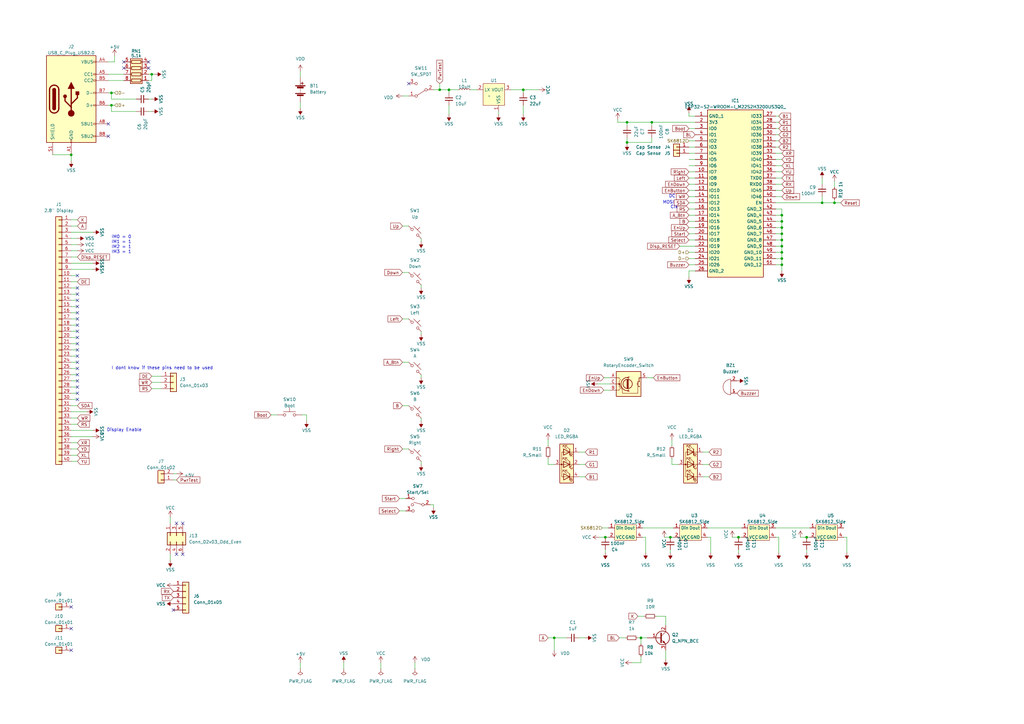
<source format=kicad_sch>
(kicad_sch (version 20230121) (generator eeschema)
  (paper "A3")
  (junction (at 257.175 58.42))
  (junction (at 320.675 95.885))
  (junction (at 330.835 220.345))
  (junction (at 337.185 83.185))
  (junction (at 320.675 98.425))
  (junction (at 214.63 36.83))
  (junction (at 302.895 220.345))
  (junction (at 320.675 108.585))
  (junction (at 320.675 88.265))
  (junction (at 320.675 106.045))
  (junction (at 45.72 43.18))
  (junction (at 274.955 220.345))
  (junction (at 45.72 38.1))
  (junction (at 227.33 261.62))
  (junction (at 29.21 63.5))
  (junction (at 248.285 220.345))
  (junction (at 262.89 261.62))
  (junction (at 320.675 103.505))
  (junction (at 342.265 83.185) (diameter 0.9144))
  (junction (at 320.675 100.965))
  (junction (at 257.175 50.165))
  (junction (at 62.23 30.48) (diameter 0.9144))
  (junction (at 320.675 93.345))
  (junction (at 180.34 36.83))
  (junction (at 320.675 90.805))
  (junction (at 267.335 50.165))
  (junction (at 184.15 36.83))
  (no_connect (at 71.12 250.19))
  (no_connect (at 31.75 120.65))
  (no_connect (at 29.21 257.81))
  (no_connect (at 31.75 125.73))
  (no_connect (at 29.21 248.92))
  (no_connect (at 31.75 163.83))
  (no_connect (at 31.75 156.21))
  (no_connect (at 31.75 135.89))
  (no_connect (at 74.93 214.63))
  (no_connect (at 167.64 34.29))
  (no_connect (at 31.75 146.05))
  (no_connect (at 72.39 214.63))
  (no_connect (at 31.75 151.13))
  (no_connect (at 50.8 27.94))
  (no_connect (at 31.75 153.67))
  (no_connect (at 31.75 140.97))
  (no_connect (at 31.75 161.29))
  (no_connect (at 31.75 118.11))
  (no_connect (at 50.8 25.4))
  (no_connect (at 29.21 266.7))
  (no_connect (at 44.45 55.88))
  (no_connect (at 31.75 138.43))
  (no_connect (at 60.96 27.94))
  (no_connect (at 31.75 133.35))
  (no_connect (at 31.75 123.19))
  (no_connect (at 31.75 158.75))
  (no_connect (at 44.45 50.8))
  (no_connect (at 74.93 227.33))
  (no_connect (at 31.75 130.81))
  (no_connect (at 31.75 148.59))
  (no_connect (at 60.96 25.4))
  (no_connect (at 72.39 227.33))
  (no_connect (at 31.75 113.03))
  (no_connect (at 31.75 143.51))
  (no_connect (at 31.75 128.27))
  (wire (pts (xy 278.765 100.965) (xy 285.115 100.965)))
  (wire (pts (xy 29.21 120.65) (xy 31.75 120.65)))
  (wire (pts (xy 274.955 220.345) (xy 276.225 220.345)))
  (wire (pts (xy 319.405 220.345) (xy 318.135 220.345)))
  (wire (pts (xy 282.575 60.325) (xy 285.115 60.325)))
  (wire (pts (xy 342.265 74.295) (xy 342.265 76.835)))
  (wire (pts (xy 29.21 123.19) (xy 31.75 123.19)))
  (wire (pts (xy 62.23 154.305) (xy 66.04 154.305)))
  (wire (pts (xy 227.33 261.62) (xy 227.33 266.7)))
  (wire (pts (xy 247.65 154.94) (xy 250.19 154.94)))
  (wire (pts (xy 248.285 220.345) (xy 249.555 220.345)))
  (wire (pts (xy 318.135 47.625) (xy 319.405 47.625)))
  (wire (pts (xy 318.135 78.105) (xy 320.675 78.105)))
  (wire (pts (xy 261.62 252.73) (xy 264.16 252.73)))
  (wire (pts (xy 320.675 111.125) (xy 320.675 108.585)))
  (wire (pts (xy 282.575 103.505) (xy 285.115 103.505)))
  (wire (pts (xy 172.72 189.23) (xy 172.72 190.5)))
  (wire (pts (xy 318.135 95.885) (xy 320.675 95.885)))
  (wire (pts (xy 318.135 67.945) (xy 320.675 67.945)))
  (wire (pts (xy 156.21 271.78) (xy 156.21 274.32)))
  (wire (pts (xy 288.29 190.5) (xy 290.83 190.5)))
  (wire (pts (xy 318.135 75.565) (xy 320.675 75.565)))
  (wire (pts (xy 245.11 157.48) (xy 250.19 157.48)))
  (wire (pts (xy 318.135 60.325) (xy 319.405 60.325)))
  (wire (pts (xy 29.21 171.45) (xy 31.75 171.45)))
  (wire (pts (xy 44.45 30.48) (xy 50.8 30.48)))
  (wire (pts (xy 29.21 173.99) (xy 31.75 173.99)))
  (wire (pts (xy 320.675 106.045) (xy 320.675 103.505)))
  (wire (pts (xy 224.79 187.96) (xy 224.79 190.5)))
  (wire (pts (xy 262.89 261.62) (xy 265.43 261.62)))
  (wire (pts (xy 29.21 143.51) (xy 31.75 143.51)))
  (wire (pts (xy 29.21 135.89) (xy 31.75 135.89)))
  (wire (pts (xy 71.12 194.31) (xy 72.39 194.31)))
  (wire (pts (xy 330.835 220.345) (xy 332.105 220.345)))
  (wire (pts (xy 320.675 88.265) (xy 320.675 85.725)))
  (wire (pts (xy 237.49 190.5) (xy 240.03 190.5)))
  (wire (pts (xy 44.45 38.1) (xy 45.72 38.1)))
  (wire (pts (xy 29.21 138.43) (xy 31.75 138.43)))
  (wire (pts (xy 282.575 108.585) (xy 285.115 108.585)))
  (wire (pts (xy 184.15 36.83) (xy 187.96 36.83)))
  (wire (pts (xy 320.675 93.345) (xy 320.675 90.805)))
  (wire (pts (xy 300.355 220.345) (xy 302.895 220.345)))
  (wire (pts (xy 282.575 88.265) (xy 285.115 88.265)))
  (wire (pts (xy 320.675 103.505) (xy 320.675 100.965)))
  (wire (pts (xy 344.805 83.185) (xy 342.265 83.185)))
  (wire (pts (xy 29.21 184.15) (xy 31.75 184.15)))
  (wire (pts (xy 29.21 163.83) (xy 31.75 163.83)))
  (wire (pts (xy 320.675 100.965) (xy 320.675 98.425)))
  (wire (pts (xy 248.285 225.425) (xy 248.285 226.695)))
  (wire (pts (xy 318.135 57.785) (xy 319.405 57.785)))
  (wire (pts (xy 29.21 110.49) (xy 38.1 110.49)))
  (wire (pts (xy 172.72 97.79) (xy 172.72 99.06)))
  (wire (pts (xy 282.575 111.125) (xy 285.115 111.125)))
  (wire (pts (xy 123.19 41.91) (xy 123.19 44.45)))
  (wire (pts (xy 318.135 65.405) (xy 320.675 65.405)))
  (wire (pts (xy 29.21 148.59) (xy 31.75 148.59)))
  (wire (pts (xy 44.45 25.4) (xy 46.99 25.4)))
  (wire (pts (xy 184.15 43.18) (xy 184.15 46.99)))
  (wire (pts (xy 165.1 166.37) (xy 167.64 166.37)))
  (wire (pts (xy 320.675 98.425) (xy 320.675 95.885)))
  (wire (pts (xy 29.21 146.05) (xy 31.75 146.05)))
  (wire (pts (xy 282.575 75.565) (xy 285.115 75.565)))
  (wire (pts (xy 29.21 92.71) (xy 31.75 92.71)))
  (wire (pts (xy 29.21 176.53) (xy 38.1 176.53)))
  (wire (pts (xy 172.72 116.84) (xy 172.72 118.11)))
  (wire (pts (xy 318.135 70.485) (xy 320.675 70.485)))
  (wire (pts (xy 60.96 30.48) (xy 62.23 30.48)))
  (wire (pts (xy 29.21 153.67) (xy 31.75 153.67)))
  (wire (pts (xy 318.135 62.865) (xy 320.675 62.865)))
  (wire (pts (xy 29.21 113.03) (xy 31.75 113.03)))
  (wire (pts (xy 69.85 212.09) (xy 69.85 214.63)))
  (wire (pts (xy 282.575 57.785) (xy 285.115 57.785)))
  (wire (pts (xy 237.49 185.42) (xy 240.03 185.42)))
  (wire (pts (xy 140.97 271.78) (xy 140.97 274.32)))
  (wire (pts (xy 265.43 154.94) (xy 267.97 154.94)))
  (wire (pts (xy 320.675 95.885) (xy 320.675 93.345)))
  (wire (pts (xy 282.575 47.625) (xy 285.115 47.625)))
  (wire (pts (xy 62.23 159.385) (xy 66.04 159.385)))
  (wire (pts (xy 282.575 67.945) (xy 285.115 67.945)))
  (wire (pts (xy 29.21 168.91) (xy 35.56 168.91)))
  (wire (pts (xy 282.575 80.645) (xy 285.115 80.645)))
  (wire (pts (xy 60.96 33.02) (xy 62.23 33.02)))
  (wire (pts (xy 45.72 45.72) (xy 55.88 45.72)))
  (wire (pts (xy 29.21 151.13) (xy 31.75 151.13)))
  (wire (pts (xy 254 261.62) (xy 256.54 261.62)))
  (wire (pts (xy 291.465 220.345) (xy 290.195 220.345)))
  (wire (pts (xy 45.72 38.1) (xy 46.99 38.1)))
  (wire (pts (xy 282.575 83.185) (xy 285.115 83.185)))
  (wire (pts (xy 318.135 90.805) (xy 320.675 90.805)))
  (wire (pts (xy 318.135 50.165) (xy 319.405 50.165)))
  (wire (pts (xy 282.575 65.405) (xy 285.115 65.405)))
  (wire (pts (xy 302.895 220.345) (xy 304.165 220.345)))
  (wire (pts (xy 29.21 118.11) (xy 31.75 118.11)))
  (wire (pts (xy 60.96 40.64) (xy 62.23 40.64)))
  (wire (pts (xy 29.21 105.41) (xy 31.75 105.41)))
  (wire (pts (xy 282.575 106.045) (xy 285.115 106.045)))
  (wire (pts (xy 62.23 30.48) (xy 62.23 33.02)))
  (wire (pts (xy 45.72 40.64) (xy 45.72 38.1)))
  (wire (pts (xy 282.575 93.345) (xy 285.115 93.345)))
  (wire (pts (xy 237.49 195.58) (xy 240.03 195.58)))
  (wire (pts (xy 163.83 209.55) (xy 166.37 209.55)))
  (wire (pts (xy 318.135 80.645) (xy 320.675 80.645)))
  (wire (pts (xy 165.1 148.59) (xy 167.64 148.59)))
  (wire (pts (xy 267.335 50.165) (xy 267.335 51.435)))
  (wire (pts (xy 204.47 45.72) (xy 204.47 46.99)))
  (wire (pts (xy 71.12 196.85) (xy 72.39 196.85)))
  (wire (pts (xy 318.135 83.185) (xy 337.185 83.185)))
  (wire (pts (xy 282.575 70.485) (xy 285.115 70.485)))
  (wire (pts (xy 62.23 30.48) (xy 63.5 30.48)))
  (wire (pts (xy 123.19 29.21) (xy 123.19 31.75)))
  (wire (pts (xy 318.135 108.585) (xy 320.675 108.585)))
  (wire (pts (xy 214.63 36.83) (xy 220.98 36.83)))
  (wire (pts (xy 237.49 261.62) (xy 240.03 261.62)))
  (wire (pts (xy 282.575 46.355) (xy 282.575 47.625)))
  (wire (pts (xy 170.18 271.78) (xy 170.18 274.32)))
  (wire (pts (xy 29.21 156.21) (xy 31.75 156.21)))
  (wire (pts (xy 172.72 171.45) (xy 172.72 172.72)))
  (wire (pts (xy 29.21 95.25) (xy 38.1 95.25)))
  (wire (pts (xy 29.21 125.73) (xy 31.75 125.73)))
  (wire (pts (xy 45.72 45.72) (xy 45.72 43.18)))
  (wire (pts (xy 123.19 271.78) (xy 123.19 274.32)))
  (wire (pts (xy 29.21 102.87) (xy 31.75 102.87)))
  (wire (pts (xy 165.1 184.15) (xy 167.64 184.15)))
  (wire (pts (xy 29.21 186.69) (xy 31.75 186.69)))
  (wire (pts (xy 60.96 45.72) (xy 62.23 45.72)))
  (wire (pts (xy 29.21 179.07) (xy 38.1 179.07)))
  (wire (pts (xy 259.08 271.78) (xy 262.89 271.78)))
  (wire (pts (xy 337.185 80.645) (xy 337.185 83.185)))
  (wire (pts (xy 177.8 207.01) (xy 177.8 208.28)))
  (wire (pts (xy 318.135 55.245) (xy 319.405 55.245)))
  (wire (pts (xy 263.525 216.535) (xy 276.225 216.535)))
  (wire (pts (xy 319.405 226.695) (xy 319.405 220.345)))
  (wire (pts (xy 302.895 225.425) (xy 302.895 226.695)))
  (wire (pts (xy 176.53 207.01) (xy 177.8 207.01)))
  (wire (pts (xy 29.21 140.97) (xy 31.75 140.97)))
  (wire (pts (xy 29.21 100.33) (xy 31.75 100.33)))
  (wire (pts (xy 318.135 216.535) (xy 332.105 216.535)))
  (wire (pts (xy 62.23 156.845) (xy 66.04 156.845)))
  (wire (pts (xy 29.21 63.5) (xy 29.21 66.04)))
  (wire (pts (xy 267.335 58.42) (xy 257.175 58.42)))
  (wire (pts (xy 247.015 216.535) (xy 249.555 216.535)))
  (wire (pts (xy 29.21 97.79) (xy 31.75 97.79)))
  (wire (pts (xy 282.575 52.705) (xy 285.115 52.705)))
  (wire (pts (xy 224.79 180.34) (xy 224.79 182.88)))
  (wire (pts (xy 224.79 261.62) (xy 227.33 261.62)))
  (wire (pts (xy 29.21 189.23) (xy 31.75 189.23)))
  (wire (pts (xy 282.575 78.105) (xy 285.115 78.105)))
  (wire (pts (xy 180.34 34.29) (xy 180.34 36.83)))
  (wire (pts (xy 275.59 187.96) (xy 275.59 190.5)))
  (wire (pts (xy 257.175 50.165) (xy 257.175 51.435)))
  (wire (pts (xy 320.675 90.805) (xy 320.675 88.265)))
  (wire (pts (xy 245.745 220.345) (xy 248.285 220.345)))
  (wire (pts (xy 291.465 226.695) (xy 291.465 220.345)))
  (wire (pts (xy 214.63 36.83) (xy 214.63 38.1)))
  (wire (pts (xy 29.21 181.61) (xy 31.75 181.61)))
  (wire (pts (xy 318.135 100.965) (xy 320.675 100.965)))
  (wire (pts (xy 209.55 36.83) (xy 214.63 36.83)))
  (wire (pts (xy 342.265 83.185) (xy 337.185 83.185)))
  (wire (pts (xy 273.05 252.73) (xy 269.24 252.73)))
  (wire (pts (xy 290.195 216.535) (xy 304.165 216.535)))
  (wire (pts (xy 282.575 98.425) (xy 285.115 98.425)))
  (wire (pts (xy 330.835 225.425) (xy 330.835 226.695)))
  (wire (pts (xy 318.135 93.345) (xy 320.675 93.345)))
  (wire (pts (xy 227.33 261.62) (xy 232.41 261.62)))
  (wire (pts (xy 44.45 33.02) (xy 50.8 33.02)))
  (wire (pts (xy 165.1 92.71) (xy 167.64 92.71)))
  (wire (pts (xy 125.73 170.18) (xy 125.73 172.72)))
  (wire (pts (xy 282.575 90.805) (xy 285.115 90.805)))
  (wire (pts (xy 253.365 50.165) (xy 257.175 50.165)))
  (wire (pts (xy 337.185 73.025) (xy 337.185 75.565)))
  (wire (pts (xy 320.675 108.585) (xy 320.675 106.045)))
  (wire (pts (xy 55.88 40.64) (xy 45.72 40.64)))
  (wire (pts (xy 224.79 190.5) (xy 227.33 190.5)))
  (wire (pts (xy 288.29 195.58) (xy 290.83 195.58)))
  (wire (pts (xy 165.1 111.76) (xy 167.64 111.76)))
  (wire (pts (xy 275.59 180.34) (xy 275.59 182.88)))
  (wire (pts (xy 282.575 113.665) (xy 282.575 111.125)))
  (wire (pts (xy 347.345 220.345) (xy 346.075 220.345)))
  (wire (pts (xy 273.05 266.7) (xy 273.05 270.51)))
  (wire (pts (xy 347.345 226.695) (xy 347.345 220.345)))
  (wire (pts (xy 29.21 130.81) (xy 31.75 130.81)))
  (wire (pts (xy 257.175 58.42) (xy 257.175 59.055)))
  (wire (pts (xy 44.45 43.18) (xy 45.72 43.18)))
  (wire (pts (xy 257.175 56.515) (xy 257.175 58.42)))
  (wire (pts (xy 21.59 63.5) (xy 29.21 63.5)))
  (wire (pts (xy 320.675 85.725) (xy 318.135 85.725)))
  (wire (pts (xy 253.365 48.895) (xy 253.365 50.165)))
  (wire (pts (xy 318.135 73.025) (xy 320.675 73.025)))
  (wire (pts (xy 288.29 185.42) (xy 290.83 185.42)))
  (wire (pts (xy 163.83 204.47) (xy 166.37 204.47)))
  (wire (pts (xy 177.8 36.83) (xy 180.34 36.83)))
  (wire (pts (xy 264.795 226.695) (xy 264.795 220.345)))
  (wire (pts (xy 123.825 170.18) (xy 125.73 170.18)))
  (wire (pts (xy 282.575 62.865) (xy 285.115 62.865)))
  (wire (pts (xy 29.21 133.35) (xy 31.75 133.35)))
  (wire (pts (xy 193.04 36.83) (xy 195.58 36.83)))
  (wire (pts (xy 274.955 225.425) (xy 274.955 226.695)))
  (wire (pts (xy 165.1 39.37) (xy 167.64 39.37)))
  (wire (pts (xy 214.63 43.18) (xy 214.63 46.99)))
  (wire (pts (xy 328.295 220.345) (xy 330.835 220.345)))
  (wire (pts (xy 273.05 256.54) (xy 273.05 252.73)))
  (wire (pts (xy 318.135 106.045) (xy 320.675 106.045)))
  (wire (pts (xy 262.89 271.78) (xy 262.89 269.24)))
  (wire (pts (xy 262.89 261.62) (xy 262.89 264.16)))
  (wire (pts (xy 264.795 220.345) (xy 263.525 220.345)))
  (wire (pts (xy 165.1 130.81) (xy 167.64 130.81)))
  (wire (pts (xy 267.335 56.515) (xy 267.335 58.42)))
  (wire (pts (xy 272.415 220.345) (xy 274.955 220.345)))
  (wire (pts (xy 261.62 261.62) (xy 262.89 261.62)))
  (wire (pts (xy 29.21 90.17) (xy 31.75 90.17)))
  (wire (pts (xy 172.72 153.67) (xy 172.72 154.94)))
  (wire (pts (xy 267.335 50.165) (xy 285.115 50.165)))
  (wire (pts (xy 111.125 170.18) (xy 113.665 170.18)))
  (wire (pts (xy 282.575 95.885) (xy 285.115 95.885)))
  (wire (pts (xy 318.135 103.505) (xy 320.675 103.505)))
  (wire (pts (xy 275.59 190.5) (xy 278.13 190.5)))
  (wire (pts (xy 318.135 88.265) (xy 320.675 88.265)))
  (wire (pts (xy 69.85 227.33) (xy 69.85 229.87)))
  (wire (pts (xy 29.21 128.27) (xy 31.75 128.27)))
  (wire (pts (xy 29.21 107.95) (xy 38.1 107.95)))
  (wire (pts (xy 318.135 98.425) (xy 320.675 98.425)))
  (wire (pts (xy 29.21 158.75) (xy 31.75 158.75)))
  (wire (pts (xy 29.21 166.37) (xy 31.75 166.37)))
  (wire (pts (xy 180.34 36.83) (xy 184.15 36.83)))
  (wire (pts (xy 318.135 52.705) (xy 319.405 52.705)))
  (wire (pts (xy 45.72 43.18) (xy 46.99 43.18)))
  (wire (pts (xy 342.265 81.915) (xy 342.265 83.185)))
  (wire (pts (xy 282.575 85.725) (xy 285.115 85.725)))
  (wire (pts (xy 184.15 36.83) (xy 184.15 38.1)))
  (wire (pts (xy 46.99 25.4) (xy 46.99 22.86)))
  (wire (pts (xy 257.175 50.165) (xy 267.335 50.165)))
  (wire (pts (xy 247.65 160.02) (xy 250.19 160.02)))
  (wire (pts (xy 282.575 73.025) (xy 285.115 73.025)))
  (wire (pts (xy 29.21 115.57) (xy 31.75 115.57)))
  (wire (pts (xy 29.21 161.29) (xy 31.75 161.29)))
  (wire (pts (xy 172.72 135.89) (xy 172.72 137.16)))
  (text "Display Enable\n" (at 43.815 177.165 0) (effects (font (size 1.27 1.27)) (justify left bottom)))
  (text "IM0 = 0\nIM1 = 1\nIM2 = 1\nIM3 = 1" (at 45.72 104.14 0) (effects (font (size 1.27 1.27)) (justify left bottom)))
  (text "MOSI" (at 271.78 83.82 0) (effects (font (size 1.27 1.27)) (justify left bottom)))
  (text "DC" (at 274.32 81.28 0) (effects (font (size 1.27 1.27)) (justify left bottom)))
  (text "I dont know if these pins need to be used\n" (at 45.72 151.765 0) (effects (font (size 1.27 1.27)) (justify left bottom)))
  (text "Clk\n" (at 274.955 85.725 0) (effects (font (size 1.27 1.27)) (justify left bottom)))
  (global_label "Select" (shape input) (at 282.575 98.425 180) (property "Intersheetrefs" "${INTERSHEET_REFS}" (effects hide)))
  (global_label "R2" (shape input) (at 290.83 185.42 0) (property "Intersheetrefs" "${INTERSHEET_REFS}" (effects hide)))
  (global_label "RS" (shape input) (at 282.575 85.725 180) (property "Intersheetrefs" "${INTERSHEET_REFS}" (effects hide)))
  (global_label "Disp_RESET" (shape input) (at 278.765 100.965 180) (property "Intersheetrefs" "${INTERSHEET_REFS}" (effects hide)))
  (global_label "XL" (shape input) (at 31.75 186.69 0) (property "Intersheetrefs" "${INTERSHEET_REFS}" (effects hide)))
  (global_label "B2" (shape input) (at 290.83 195.58 0) (property "Intersheetrefs" "${INTERSHEET_REFS}" (effects hide)))
  (global_label "BL" (shape input) (at 254 261.62 180) (property "Intersheetrefs" "${INTERSHEET_REFS}" (effects hide)))
  (global_label "Select" (shape input) (at 163.83 209.55 180) (property "Intersheetrefs" "${INTERSHEET_REFS}" (effects hide)))
  (global_label "RS" (shape input) (at 62.23 159.385 180) (property "Intersheetrefs" "${INTERSHEET_REFS}" (effects hide)))
  (global_label "A_Btn" (shape input) (at 165.1 148.59 180) (property "Intersheetrefs" "${INTERSHEET_REFS}" (effects hide)))
  (global_label "Boot" (shape input) (at 282.575 52.705 180) (property "Intersheetrefs" "${INTERSHEET_REFS}" (effects hide)))
  (global_label "G2" (shape input) (at 290.83 190.5 0) (property "Intersheetrefs" "${INTERSHEET_REFS}" (effects hide)))
  (global_label "EnDown" (shape input) (at 282.575 75.565 180) (property "Intersheetrefs" "${INTERSHEET_REFS}" (effects hide)))
  (global_label "EnUp" (shape input) (at 247.65 154.94 180) (property "Intersheetrefs" "${INTERSHEET_REFS}" (effects hide)))
  (global_label "RS" (shape input) (at 31.75 173.99 0) (property "Intersheetrefs" "${INTERSHEET_REFS}" (effects hide)))
  (global_label "TX" (shape input) (at 71.12 245.11 180) (property "Intersheetrefs" "${INTERSHEET_REFS}" (effects hide)))
  (global_label "PwrTest" (shape input) (at 72.39 196.85 0) (property "Intersheetrefs" "${INTERSHEET_REFS}" (effects hide)))
  (global_label "Buzzer" (shape input) (at 282.575 108.585 180) (property "Intersheetrefs" "${INTERSHEET_REFS}" (effects hide)))
  (global_label "WR" (shape input) (at 62.23 156.845 180) (property "Intersheetrefs" "${INTERSHEET_REFS}" (effects hide)))
  (global_label "Left" (shape input) (at 282.575 73.025 180) (property "Intersheetrefs" "${INTERSHEET_REFS}" (effects hide)))
  (global_label "EnUp" (shape input) (at 282.575 93.345 180) (property "Intersheetrefs" "${INTERSHEET_REFS}" (effects hide)))
  (global_label "EnDown" (shape input) (at 247.65 160.02 180) (property "Intersheetrefs" "${INTERSHEET_REFS}" (effects hide)))
  (global_label "XL" (shape input) (at 320.675 67.945 0) (property "Intersheetrefs" "${INTERSHEET_REFS}" (effects hide)))
  (global_label "Down" (shape input) (at 320.675 80.645 0) (property "Intersheetrefs" "${INTERSHEET_REFS}" (effects hide)))
  (global_label "G1" (shape input) (at 240.03 190.5 0) (property "Intersheetrefs" "${INTERSHEET_REFS}" (effects hide)))
  (global_label "XR" (shape input) (at 31.75 181.61 0) (property "Intersheetrefs" "${INTERSHEET_REFS}" (effects hide)))
  (global_label "B" (shape input) (at 165.1 166.37 180) (property "Intersheetrefs" "${INTERSHEET_REFS}" (effects hide)))
  (global_label "WR" (shape input) (at 31.75 171.45 0) (property "Intersheetrefs" "${INTERSHEET_REFS}" (effects hide)))
  (global_label "R2" (shape input) (at 319.405 60.325 0) (property "Intersheetrefs" "${INTERSHEET_REFS}" (effects hide)))
  (global_label "R1" (shape input) (at 319.405 50.165 0) (property "Intersheetrefs" "${INTERSHEET_REFS}" (effects hide)))
  (global_label "EnButton" (shape input) (at 267.97 154.94 0) (property "Intersheetrefs" "${INTERSHEET_REFS}" (effects hide)))
  (global_label "Down" (shape input) (at 165.1 111.76 180) (property "Intersheetrefs" "${INTERSHEET_REFS}" (effects hide)))
  (global_label "YD" (shape input) (at 31.75 184.15 0) (property "Intersheetrefs" "${INTERSHEET_REFS}" (effects hide)))
  (global_label "G2" (shape input) (at 319.405 55.245 0) (property "Intersheetrefs" "${INTERSHEET_REFS}" (effects hide)))
  (global_label "Right" (shape input) (at 282.575 70.485 180) (property "Intersheetrefs" "${INTERSHEET_REFS}" (effects hide)))
  (global_label "EnButton" (shape input) (at 282.575 78.105 180) (property "Intersheetrefs" "${INTERSHEET_REFS}" (effects hide)))
  (global_label "Right" (shape input) (at 165.1 184.15 180) (property "Intersheetrefs" "${INTERSHEET_REFS}" (effects hide)))
  (global_label "DE" (shape input) (at 31.75 115.57 0) (property "Intersheetrefs" "${INTERSHEET_REFS}" (effects hide)))
  (global_label "RX" (shape input) (at 320.675 75.565 0) (property "Intersheetrefs" "${INTERSHEET_REFS}" (effects hide)))
  (global_label "TX" (shape input) (at 320.675 73.025 0) (property "Intersheetrefs" "${INTERSHEET_REFS}" (effects hide)))
  (global_label "Disp_RESET" (shape input) (at 31.75 105.41 0) (property "Intersheetrefs" "${INTERSHEET_REFS}" (effects hide)))
  (global_label "XR" (shape input) (at 320.675 62.865 0) (property "Intersheetrefs" "${INTERSHEET_REFS}" (effects hide)))
  (global_label "Up" (shape input) (at 165.1 92.71 180) (property "Intersheetrefs" "${INTERSHEET_REFS}" (effects hide)))
  (global_label "B2" (shape input) (at 319.405 57.785 0) (property "Intersheetrefs" "${INTERSHEET_REFS}" (effects hide)))
  (global_label "YU" (shape input) (at 320.675 70.485 0) (property "Intersheetrefs" "${INTERSHEET_REFS}" (effects hide)))
  (global_label "SDA" (shape input) (at 282.575 83.185 180) (property "Intersheetrefs" "${INTERSHEET_REFS}" (effects hide)))
  (global_label "Left" (shape input) (at 165.1 130.81 180) (property "Intersheetrefs" "${INTERSHEET_REFS}" (effects hide)))
  (global_label "YD" (shape input) (at 320.675 65.405 0) (property "Intersheetrefs" "${INTERSHEET_REFS}" (effects hide)))
  (global_label "Buzzer" (shape input) (at 302.26 161.29 0) (property "Intersheetrefs" "${INTERSHEET_REFS}" (effects hide)))
  (global_label "Boot" (shape input) (at 111.125 170.18 180) (property "Intersheetrefs" "${INTERSHEET_REFS}" (effects hide)))
  (global_label "A_Btn" (shape input) (at 282.575 88.265 180) (property "Intersheetrefs" "${INTERSHEET_REFS}" (effects hide)))
  (global_label "A" (shape input) (at 224.79 261.62 180) (property "Intersheetrefs" "${INTERSHEET_REFS}" (effects hide)))
  (global_label "B1" (shape input) (at 240.03 195.58 0) (property "Intersheetrefs" "${INTERSHEET_REFS}" (effects hide)))
  (global_label "Start" (shape input) (at 282.575 95.885 180) (property "Intersheetrefs" "${INTERSHEET_REFS}" (effects hide)))
  (global_label "YU" (shape input) (at 31.75 189.23 0) (property "Intersheetrefs" "${INTERSHEET_REFS}" (effects hide)))
  (global_label "DE" (shape input) (at 62.23 154.305 180) (property "Intersheetrefs" "${INTERSHEET_REFS}" (effects hide)))
  (global_label "B1" (shape input) (at 319.405 47.625 0) (property "Intersheetrefs" "${INTERSHEET_REFS}" (effects hide)))
  (global_label "B" (shape input) (at 282.575 90.805 180) (property "Intersheetrefs" "${INTERSHEET_REFS}" (effects hide)))
  (global_label "Up" (shape input) (at 320.675 78.105 0) (property "Intersheetrefs" "${INTERSHEET_REFS}" (effects hide)))
  (global_label "BL" (shape input) (at 285.115 55.245 180) (property "Intersheetrefs" "${INTERSHEET_REFS}" (effects hide)))
  (global_label "SDA" (shape input) (at 31.75 166.37 0) (property "Intersheetrefs" "${INTERSHEET_REFS}" (effects hide)))
  (global_label "K" (shape input) (at 31.75 90.17 0) (property "Intersheetrefs" "${INTERSHEET_REFS}" (effects hide)))
  (global_label "PwrTest" (shape input) (at 180.34 34.29 90) (property "Intersheetrefs" "${INTERSHEET_REFS}" (effects hide)))
  (global_label "WR" (shape input) (at 282.575 80.645 180) (property "Intersheetrefs" "${INTERSHEET_REFS}" (effects hide)))
  (global_label "RX" (shape input) (at 71.12 242.57 180) (property "Intersheetrefs" "${INTERSHEET_REFS}" (effects hide)))
  (global_label "A" (shape input) (at 31.75 92.71 0) (property "Intersheetrefs" "${INTERSHEET_REFS}" (effects hide)))
  (global_label "G1" (shape input) (at 319.405 52.705 0) (property "Intersheetrefs" "${INTERSHEET_REFS}" (effects hide)))
  (global_label "R1" (shape input) (at 240.03 185.42 0) (property "Intersheetrefs" "${INTERSHEET_REFS}" (effects hide)))
  (global_label "Start" (shape input) (at 163.83 204.47 180) (property "Intersheetrefs" "${INTERSHEET_REFS}" (effects hide)))
  (global_label "K" (shape input) (at 261.62 252.73 180) (property "Intersheetrefs" "${INTERSHEET_REFS}" (effects hide)))
  (global_label "Reset" (shape input) (at 344.805 83.185 0) (property "Intersheetrefs" "${INTERSHEET_REFS}" (effects hide)))
  (hierarchical_label "D+" (shape input) (at 282.575 103.505 180))
  (hierarchical_label "D+" (shape input) (at 46.99 43.18 0))
  (hierarchical_label "D-" (shape input) (at 282.575 106.045 180))
  (hierarchical_label "SK6812" (shape input) (at 247.015 216.535 180))
  (hierarchical_label "D-" (shape input) (at 46.99 38.1 0))
  (hierarchical_label "SK6812" (shape input) (at 282.575 57.785 180))
  (symbol (lib_id "power:VCC") (at 259.08 271.78 90) (mirror x) (unit 1)
    (property "Reference" "#PWR0153" (effects hide))
    (property "Value" "VCC" (at 255.27 271.78 0))
  )
  (symbol (lib_id "power:VSS") (at 172.72 190.5 180) (unit 1)
    (property "Reference" "#PWR0135" (effects hide))
    (property "Value" "VSS" (at 172.72 194.31 0))
  )
  (symbol (lib_id "power:VSS") (at 172.72 118.11 180) (unit 1)
    (property "Reference" "#PWR0116" (effects hide))
    (property "Value" "VSS" (at 172.72 121.92 0))
  )
  (symbol (lib_id "Device:C_Small") (at 337.185 78.105 0) (mirror x) (unit 1)
    (property "Reference" "C9" (at 334.645 76.835 0) (effects (justify right)))
    (property "Value" "100nF" (at 334.645 79.375 0) (effects (justify right)))
    (property "Footprint" "Capacitor_SMD:C_0805_2012Metric" (effects hide))
  )
  (symbol (lib_name "SK6812_Side_1") (lib_id "BSides22:SK6812_Side") (at 283.845 213.995 0) (unit 1)
    (property "Reference" "U3" (at 284.7975 211.455 0))
    (property "Value" "SK6812_Side" (at 284.7975 213.995 0))
    (property "Footprint" "Bsides22:SK6812_Side" (effects hide))
  )
  (symbol (lib_id "power:VSS") (at 282.575 46.355 0) (unit 1)
    (property "Reference" "#PWR09" (effects hide))
    (property "Value" "VSS" (at 282.575 42.545 0))
  )
  (symbol (lib_id "Switch:SW_SPDT") (at 172.72 36.83 180) (unit 1)
    (property "Reference" "SW11" (at 172.72 27.94 0))
    (property "Value" "SW_SPDT" (at 172.72 30.48 0))
    (property "Footprint" "BreadBoardPwr:SK-3296S_switch" (effects hide))
  )
  (symbol (lib_id "power:VSS") (at 330.835 226.695 180) (unit 1)
    (property "Reference" "#PWR024" (effects hide))
    (property "Value" "VSS" (at 330.835 231.775 0))
  )
  (symbol (lib_name "SK6812_Side_7") (lib_id "BSides22:SK6812_Side") (at 339.725 213.995 0) (unit 1)
    (property "Reference" "U5" (at 340.6775 211.455 0))
    (property "Value" "SK6812_Side" (at 340.6775 213.995 0))
    (property "Footprint" "Bsides22:SK6812_Side" (effects hide))
  )
  (symbol (lib_id "Device:R_Small") (at 275.59 185.42 0) (unit 1)
    (property "Reference" "R12" (at 273.05 184.1499 0) (effects (justify right)))
    (property "Value" "R_Small" (at 273.05 186.6899 0) (effects (justify right)))
    (property "Footprint" "Resistor_SMD:R_0805_2012Metric" (effects hide))
  )
  (symbol (lib_id "power:VSS") (at 62.23 40.64 270) (unit 1)
    (property "Reference" "#PWR0104" (effects hide))
    (property "Value" "VSS" (at 66.04 40.64 0))
  )
  (symbol (lib_id "power:VSS") (at 38.1 110.49 270) (unit 1)
    (property "Reference" "#PWR0107" (effects hide))
    (property "Value" "VSS" (at 41.91 110.49 0))
  )
  (symbol (lib_id "power:VCC") (at 71.12 240.03 90) (unit 1)
    (property "Reference" "#PWR0120" (effects hide))
    (property "Value" "VCC" (at 66.04 240.03 90))
  )
  (symbol (lib_name "SK6812_Side_2") (lib_id "BSides22:SK6812_Side") (at 257.175 213.995 0) (unit 1)
    (property "Reference" "U2" (at 258.1275 211.455 0))
    (property "Value" "SK6812_Side" (at 258.1275 213.995 0))
    (property "Footprint" "Bsides22:SK6812_Side" (effects hide))
  )
  (symbol (lib_id "power:VSS") (at 240.03 261.62 270) (unit 1)
    (property "Reference" "#PWR0133" (effects hide))
    (property "Value" "VSS" (at 243.84 261.62 0))
  )
  (symbol (lib_id "power:VDD") (at 165.1 39.37 90) (unit 1)
    (property "Reference" "#PWR01" (effects hide))
    (property "Value" "VDD" (at 161.29 40.005 90) (effects (justify left)))
  )
  (symbol (lib_id "power:VSS") (at 320.675 111.125 180) (unit 1)
    (property "Reference" "#PWR010" (effects hide))
    (property "Value" "VSS" (at 320.675 114.935 0))
  )
  (symbol (lib_id "power:VCC") (at 38.1 179.07 270) (mirror x) (unit 1)
    (property "Reference" "#PWR0108" (effects hide))
    (property "Value" "VCC" (at 41.91 179.07 0))
  )
  (symbol (lib_id "Connector_Generic:Conn_01x01") (at 24.13 266.7 180) (unit 1)
    (property "Reference" "J11" (at 24.13 261.62 0))
    (property "Value" "Conn_01x01" (at 24.13 264.16 0))
    (property "Footprint" "RedVillage:Threaded_Standoffs" (effects hide))
  )
  (symbol (lib_id "Device:R_Small") (at 262.89 266.7 180) (unit 1)
    (property "Reference" "R8" (at 267.97 265.43 0) (effects (justify left)))
    (property "Value" "10k" (at 267.97 267.97 0) (effects (justify left)))
    (property "Footprint" "Resistor_SMD:R_0805_2012Metric" (effects hide))
  )
  (symbol (lib_id "power:VCC") (at 31.75 100.33 270) (mirror x) (unit 1)
    (property "Reference" "#PWR0121" (effects hide))
    (property "Value" "VCC" (at 36.83 100.33 90))
  )
  (symbol (lib_id "power:VCC") (at 156.21 271.78 0) (mirror y) (unit 1)
    (property "Reference" "#PWR0155" (effects hide))
    (property "Value" "VCC" (at 156.21 267.97 0))
  )
  (symbol (lib_id "power:VSS") (at 29.21 66.04 180) (unit 1)
    (property "Reference" "#PWR0101" (effects hide))
    (property "Value" "VSS" (at 29.21 69.85 0))
  )
  (symbol (lib_id "power:VCC") (at 245.745 220.345 90) (unit 1)
    (property "Reference" "#PWR013" (effects hide))
    (property "Value" "VCC" (at 240.665 220.345 90))
  )
  (symbol (lib_id "power:VSS") (at 172.72 172.72 180) (unit 1)
    (property "Reference" "#PWR0136" (effects hide))
    (property "Value" "VSS" (at 172.72 176.53 0))
  )
  (symbol (lib_id "power:VCC") (at 275.59 180.34 0) (unit 1)
    (property "Reference" "#PWR0151" (effects hide))
    (property "Value" "VCC" (at 275.59 175.26 0))
  )
  (symbol (lib_id "power:VSS") (at 63.5 30.48 270) (unit 1)
    (property "Reference" "#PWR0102" (effects hide))
    (property "Value" "VSS" (at 67.31 30.48 0))
  )
  (symbol (lib_id "Device:C_Small") (at 267.335 53.975 0) (unit 1)
    (property "Reference" "C8" (at 273.685 53.975 90))
    (property "Value" "100nF" (at 271.145 53.975 90))
    (property "Footprint" "Capacitor_SMD:C_0805_2012Metric" (effects hide))
  )
  (symbol (lib_id "Switch:SW_Push_45deg") (at 170.18 114.3 0) (unit 1)
    (property "Reference" "SW2" (at 170.18 106.68 0))
    (property "Value" "Down" (at 170.18 109.22 0))
    (property "Footprint" "RedVillage:BZCN-TSC005A_Button" (effects hide))
  )
  (symbol (lib_id "power:VCC") (at 224.79 180.34 0) (unit 1)
    (property "Reference" "#PWR03" (effects hide))
    (property "Value" "VCC" (at 224.79 175.26 0))
  )
  (symbol (lib_id "power:+5V") (at 46.99 22.86 0) (unit 1)
    (property "Reference" "#PWR0129" (effects hide))
    (property "Value" "+5V" (at 46.99 19.304 0))
  )
  (symbol (lib_id "Connector_Generic:Conn_01x01") (at 277.495 62.865 180) (unit 1)
    (property "Reference" "J5" (at 274.955 62.865 0) (effects (justify left)))
    (property "Value" "Cap Sense" (at 271.145 62.865 0) (effects (justify left)))
    (property "Footprint" "Bsides22:CapSense" (effects hide))
  )
  (symbol (lib_id "power:VCC") (at 342.265 74.295 0) (mirror y) (unit 1)
    (property "Reference" "#PWR0148" (effects hide))
    (property "Value" "VCC" (at 342.265 70.485 0))
  )
  (symbol (lib_id "Device:R_Pack04") (at 55.88 27.94 90) (unit 1)
    (property "Reference" "RN1" (at 55.88 20.955 90))
    (property "Value" "5.1k" (at 55.88 22.86 90))
    (property "Footprint" "Resistor_SMD:R_Array_Convex_4x0603" (effects hide))
  )
  (symbol (lib_id "Connector_Generic:Conn_01x01") (at 277.495 60.325 180) (unit 1)
    (property "Reference" "J4" (at 274.955 60.325 0) (effects (justify left)))
    (property "Value" "Cap Sense" (at 271.145 60.325 0) (effects (justify left)))
    (property "Footprint" "Bsides22:CapSense" (effects hide))
  )
  (symbol (lib_id "Device:C_Small") (at 248.285 222.885 0) (unit 1)
    (property "Reference" "C4" (at 252.095 225.425 0))
    (property "Value" "100nF" (at 253.365 222.885 0))
    (property "Footprint" "Capacitor_SMD:C_0805_2012Metric" (effects hide))
  )
  (symbol (lib_id "power:+5V") (at 123.19 271.78 0) (unit 1)
    (property "Reference" "#PWR0147" (effects hide))
    (property "Value" "+5V" (at 123.19 268.224 0))
  )
  (symbol (lib_id "power:VCC") (at 300.355 220.345 0) (unit 1)
    (property "Reference" "#PWR020" (effects hide))
    (property "Value" "VCC" (at 297.815 219.075 90))
  )
  (symbol (lib_id "power:VSS") (at 257.175 59.055 180) (unit 1)
    (property "Reference" "#PWR0130" (effects hide))
    (property "Value" "VSS" (at 257.175 62.865 0))
  )
  (symbol (lib_id "power:VCC") (at 220.98 36.83 270) (unit 1)
    (property "Reference" "#PWR06" (effects hide))
    (property "Value" "VCC" (at 224.79 36.83 0))
  )
  (symbol (lib_id "RedVillage:RotaryEncoder_Switch") (at 257.81 157.48 0) (unit 1)
    (property "Reference" "SW9" (at 257.81 147.32 0))
    (property "Value" "RotaryEncoder_Switch" (at 257.81 149.86 0))
    (property "Footprint" "RedVillage:SIQ-02FVS3_Encoder" (effects hide))
  )
  (symbol (lib_id "Device:L_Small") (at 190.5 36.83 90) (unit 1)
    (property "Reference" "L1" (at 190.5 33.02 90))
    (property "Value" "10uH" (at 190.5 35.56 90))
    (property "Footprint" "Inductor_SMD:L_0805_2012Metric" (effects hide))
  )
  (symbol (lib_id "power:VSS") (at 337.185 73.025 0) (mirror y) (unit 1)
    (property "Reference" "#PWR0118" (effects hide))
    (property "Value" "VSS" (at 337.185 69.215 0))
  )
  (symbol (lib_id "Switch:SW_Push") (at 118.745 170.18 0) (unit 1)
    (property "Reference" "SW10" (at 118.745 163.83 0))
    (property "Value" "Boot" (at 118.745 166.37 0))
    (property "Footprint" "Button_Switch_SMD:SW_SPST_SKQG_WithoutStem" (effects hide))
  )
  (symbol (lib_id "Connector_Generic:Conn_01x03") (at 71.12 156.845 0) (unit 1)
    (property "Reference" "J3" (at 73.66 155.5749 0) (effects (justify left)))
    (property "Value" "Conn_01x03" (at 73.66 158.1149 0) (effects (justify left)))
    (property "Footprint" "Connector_PinHeader_2.54mm:PinHeader_1x03_P2.54mm_Vertical" (effects hide))
  )
  (symbol (lib_id "Device:C_Small") (at 274.955 222.885 0) (unit 1)
    (property "Reference" "C10" (at 281.305 222.885 90))
    (property "Value" "100nF" (at 278.765 222.885 90))
    (property "Footprint" "Capacitor_SMD:C_0805_2012Metric" (effects hide))
  )
  (symbol (lib_id "UE-Power:XT1861B332MR-G") (at 200.66 39.37 0) (unit 1)
    (property "Reference" "U1" (at 202.565 33.02 0))
    (property "Value" "~" (at 200.66 39.37 0))
    (property "Footprint" "Package_TO_SOT_SMD:SOT-23" (effects hide))
  )
  (symbol (lib_id "power:VDD") (at 170.18 271.78 0) (unit 1)
    (property "Reference" "#PWR0127" (effects hide))
    (property "Value" "VDD" (at 172.72 270.5099 0) (effects (justify left)))
  )
  (symbol (lib_id "power:VSS") (at 319.405 226.695 180) (unit 1)
    (property "Reference" "#PWR022" (effects hide))
    (property "Value" "VSS" (at 319.405 231.775 0))
  )
  (symbol (lib_id "power:VSS") (at 172.72 137.16 180) (unit 1)
    (property "Reference" "#PWR0139" (effects hide))
    (property "Value" "VSS" (at 172.72 140.97 0))
  )
  (symbol (lib_id "power:VSS") (at 274.955 226.695 180) (unit 1)
    (property "Reference" "#PWR018" (effects hide))
    (property "Value" "VSS" (at 274.955 231.775 0))
  )
  (symbol (lib_id "Device:C_Small") (at 234.95 261.62 90) (unit 1)
    (property "Reference" "C1" (at 234.9563 255.27 90))
    (property "Value" "1uF" (at 234.9563 257.81 90))
    (property "Footprint" "Capacitor_SMD:C_0805_2012Metric" (effects hide))
  )
  (symbol (lib_id "Device:C_Small") (at 257.175 53.975 0) (unit 1)
    (property "Reference" "C7" (at 263.525 53.975 90))
    (property "Value" "22uF" (at 260.985 53.975 90))
    (property "Footprint" "Capacitor_SMD:C_0805_2012Metric" (effects hide))
  )
  (symbol (lib_id "power:VCC") (at 272.415 220.345 0) (unit 1)
    (property "Reference" "#PWR016" (effects hide))
    (property "Value" "VCC" (at 272.415 222.885 90))
  )
  (symbol (lib_id "Device:Buzzer") (at 299.72 158.75 180) (unit 1)
    (property "Reference" "BZ1" (at 299.72 149.86 0))
    (property "Value" "Buzzer" (at 299.72 152.4 0))
    (property "Footprint" "Bsides22:FUET-9032-Buzzer" (effects hide))
  )
  (symbol (lib_id "power:VCC") (at 69.85 212.09 0) (mirror y) (unit 1)
    (property "Reference" "#PWR0111" (effects hide))
    (property "Value" "VCC" (at 69.85 208.28 0))
  )
  (symbol (lib_id "power:VSS") (at 38.1 176.53 270) (unit 1)
    (property "Reference" "#PWR012" (effects hide))
    (property "Value" "VSS" (at 41.91 176.53 0))
  )
  (symbol (lib_id "power:VSS") (at 140.97 271.78 0) (unit 1)
    (property "Reference" "#PWR0134" (effects hide))
    (property "Value" "VSS" (at 140.97 267.97 0))
  )
  (symbol (lib_id "power:PWR_FLAG") (at 123.19 274.32 180) (unit 1)
    (property "Reference" "#FLG0104" (effects hide))
    (property "Value" "PWR_FLAG" (at 123.19 279.4 0))
  )
  (symbol (lib_id "BSides22:SK6812_Side") (at 311.785 213.995 0) (unit 1)
    (property "Reference" "U4" (at 312.7375 211.455 0))
    (property "Value" "SK6812_Side" (at 312.7375 213.995 0))
    (property "Footprint" "Bsides22:SK6812_Side" (effects hide))
  )
  (symbol (lib_id "power:VSS") (at 302.26 156.21 270) (unit 1)
    (property "Reference" "#PWR0126" (effects hide))
    (property "Value" "VSS" (at 306.07 156.21 0))
  )
  (symbol (lib_id "power:VCC") (at 328.295 220.345 0) (unit 1)
    (property "Reference" "#PWR023" (effects hide))
    (property "Value" "VCC" (at 325.755 219.075 90))
  )
  (symbol (lib_id "Device:C_Small") (at 330.835 222.885 0) (unit 1)
    (property "Reference" "C12" (at 337.185 222.885 90))
    (property "Value" "100nF" (at 334.645 222.885 90))
    (property "Footprint" "Capacitor_SMD:C_0805_2012Metric" (effects hide))
  )
  (symbol (lib_id "power:VCC") (at 253.365 48.895 0) (unit 1)
    (property "Reference" "#PWR0128" (effects hide))
    (property "Value" "VCC" (at 253.365 45.085 0))
  )
  (symbol (lib_id "power:PWR_FLAG") (at 156.21 274.32 180) (unit 1)
    (property "Reference" "#FLG0102" (effects hide))
    (property "Value" "PWR_FLAG" (at 156.21 279.4 0))
  )
  (symbol (lib_id "power:VSS") (at 347.345 226.695 180) (unit 1)
    (property "Reference" "#PWR025" (effects hide))
    (property "Value" "VSS" (at 347.345 231.775 0))
  )
  (symbol (lib_id "Device:C_Small") (at 184.15 40.64 0) (unit 1)
    (property "Reference" "C2" (at 186.69 40.0113 0) (effects (justify left)))
    (property "Value" "10uF" (at 186.69 42.5513 0) (effects (justify left)))
    (property "Footprint" "Capacitor_SMD:C_0805_2012Metric" (effects hide))
  )
  (symbol (lib_id "power:VSS") (at 71.12 247.65 90) (unit 1)
    (property "Reference" "#PWR0112" (effects hide))
    (property "Value" "VSS" (at 66.04 247.65 90))
  )
  (symbol (lib_id "Switch:SW_Push_45deg") (at 170.18 168.91 0) (unit 1)
    (property "Reference" "SW6" (at 170.18 161.29 0))
    (property "Value" "B" (at 170.18 163.83 0))
    (property "Footprint" "RedVillage:BZCN-TSC005A_Button" (effects hide))
  )
  (symbol (lib_id "power:VSS") (at 282.575 113.665 180) (unit 1)
    (property "Reference" "#PWR011" (effects hide))
    (property "Value" "VSS" (at 282.575 117.475 0))
  )
  (symbol (lib_id "power:VSS") (at 62.23 45.72 270) (unit 1)
    (property "Reference" "#PWR0103" (effects hide))
    (property "Value" "VSS" (at 66.04 45.72 0))
  )
  (symbol (lib_id "Device:R_Small") (at 224.79 185.42 0) (unit 1)
    (property "Reference" "R11" (at 222.25 184.1499 0) (effects (justify right)))
    (property "Value" "R_Small" (at 222.25 186.6899 0) (effects (justify right)))
    (property "Footprint" "Resistor_SMD:R_0805_2012Metric" (effects hide))
  )
  (symbol (lib_id "Device:C_Small") (at 58.42 45.72 90) (unit 1)
    (property "Reference" "C6" (at 57.15 53.34 0) (effects (justify left)))
    (property "Value" "20pF" (at 59.69 53.34 0) (effects (justify left)))
    (property "Footprint" "Capacitor_SMD:C_0805_2012Metric" (effects hide))
  )
  (symbol (lib_id "power:VSS") (at 38.1 95.25 270) (unit 1)
    (property "Reference" "#PWR0105" (effects hide))
    (property "Value" "VSS" (at 41.91 95.25 0))
  )
  (symbol (lib_id "Device:Battery") (at 123.19 36.83 0) (unit 1)
    (property "Reference" "BT1" (at 127 35.1789 0) (effects (justify left)))
    (property "Value" "Battery" (at 127 37.7189 0) (effects (justify left)))
    (property "Footprint" "RedVillage:AA_TH" (effects hide))
  )
  (symbol (lib_id "power:VSS") (at 248.285 226.695 180) (unit 1)
    (property "Reference" "#PWR014" (effects hide))
    (property "Value" "VSS" (at 248.285 231.775 0))
  )
  (symbol (lib_id "power:PWR_FLAG") (at 140.97 274.32 180) (unit 1)
    (property "Reference" "#FLG0101" (effects hide))
    (property "Value" "PWR_FLAG" (at 140.97 279.4 0))
  )
  (symbol (lib_id "Switch:SW_Push_45deg") (at 170.18 133.35 0) (unit 1)
    (property "Reference" "SW3" (at 170.18 125.73 0))
    (property "Value" "Left" (at 170.18 128.27 0))
    (property "Footprint" "RedVillage:BZCN-TSC005A_Button" (effects hide))
  )
  (symbol (lib_id "Connector_Generic:Conn_01x40") (at 24.13 138.43 0) (mirror y) (unit 1)
    (property "Reference" "J1" (at 24.13 83.82 0))
    (property "Value" "2.8\" Display" (at 24.13 86.36 0))
    (property "Footprint" "RedVillage:Omron_XF2M-4015-1A_1x40-1MP_P0.5mm_Horizontal" (effects hide))
  )
  (symbol (lib_id "ESP32-S2-WROOM-I_M22S2H3200US3:ESP32-S2-WROOM-I_M22S2H3200US3Q0_") (at 285.115 47.625 0) (unit 1)
    (property "Reference" "IC1" (at 301.625 41.275 0))
    (property "Value" "ESP32-S2-WROOM-I_M22S2H3200US3Q0_" (at 301.625 43.815 0))
    (property "Footprint" "KiCad:ESP32S2WROOMIM22S2H3200US3Q0" (effects hide))
    (property "Height" "3.45" (effects hide))
    (property "Mouser Part Number" "356-ESP32S2WRMI320US" (effects hide))
    (property "Mouser Price/Stock" "https://www.mouser.co.uk/ProductDetail/Espressif-Systems/ESP32-S2-WROOM-IM22S2H3200US3Q0?qs=W%2FMpXkg%252BdQ6NhxEeKuPVlg%3D%3D" (effects hide))
    (property "Manufacturer_Name" "Espressif Systems" (effects hide))
    (property "Manufacturer_Part_Number" "ESP32-S2-WROOM-I(M22S2H3200US3Q0)" (effects hide))
  )
  (symbol (lib_id "power:VSS") (at 125.73 172.72 180) (unit 1)
    (property "Reference" "#PWR08" (effects hide))
    (property "Value" "VSS" (at 125.73 176.53 0))
  )
  (symbol (lib_id "Device:R_Small") (at 259.08 261.62 90) (unit 1)
    (property "Reference" "R7" (at 259.08 255.27 90))
    (property "Value" "1k" (at 259.08 257.81 90))
    (property "Footprint" "Resistor_SMD:R_0805_2012Metric" (effects hide))
  )
  (symbol (lib_id "Device:R_Small") (at 342.265 79.375 0) (mirror x) (unit 1)
    (property "Reference" "R10" (at 344.805 79.375 90))
    (property "Value" "1k" (at 344.805 75.565 90))
    (property "Footprint" "Resistor_SMD:R_0805_2012Metric" (effects hide))
  )
  (symbol (lib_id "BadgePiratesSymbolLibrary:USB_C_Plug_USB2.0") (at 29.21 40.64 0) (unit 1)
    (property "Reference" "J2" (at 29.21 19.1602 0))
    (property "Value" "USB_C_Plug_USB2.0" (at 29.21 21.6971 0))
    (property "Footprint" "BadgePirates:USB_C_Receptical-Jing" (effects hide))
    (property "Datasheet" "https://www.usb.org/sites/default/files/documents/usb_type-c.zip" (effects hide))
  )
  (symbol (lib_id "power:VSS") (at 264.795 226.695 180) (unit 1)
    (property "Reference" "#PWR015" (effects hide))
    (property "Value" "VSS" (at 264.795 231.775 0))
  )
  (symbol (lib_id "power:VSS") (at 177.8 208.28 180) (unit 1)
    (property "Reference" "#PWR0137" (effects hide))
    (property "Value" "VSS" (at 177.8 212.09 0))
  )
  (symbol (lib_id "power:VSS") (at 302.895 226.695 180) (unit 1)
    (property "Reference" "#PWR021" (effects hide))
    (property "Value" "VSS" (at 302.895 231.775 0))
  )
  (symbol (lib_id "power:VSS") (at 291.465 226.695 180) (unit 1)
    (property "Reference" "#PWR019" (effects hide))
    (property "Value" "VSS" (at 291.465 231.775 0))
  )
  (symbol (lib_id "Connector_Generic:Conn_01x01") (at 24.13 248.92 180) (unit 1)
    (property "Reference" "J9" (at 24.13 243.84 0))
    (property "Value" "Conn_01x01" (at 24.13 246.38 0))
    (property "Footprint" "RedVillage:Threaded_Standoffs" (effects hide))
  )
  (symbol (lib_id "power:VDD") (at 227.33 266.7 180) (unit 1)
    (property "Reference" "#PWR017" (effects hide))
    (property "Value" "VDD" (at 229.87 267.9699 0) (effects (justify right)))
  )
  (symbol (lib_id "power:VSS") (at 273.05 270.51 180) (unit 1)
    (property "Reference" "#PWR0132" (effects hide))
    (property "Value" "VSS" (at 273.05 274.32 0))
  )
  (symbol (lib_id "power:VSS") (at 123.19 44.45 180) (unit 1)
    (property "Reference" "#PWR0114" (effects hide))
    (property "Value" "VSS" (at 123.19 48.26 0))
  )
  (symbol (lib_id "Connector_Generic:Conn_01x05") (at 76.2 245.11 0) (unit 1)
    (property "Reference" "J6" (at 79.375 244.475 0) (effects (justify left)))
    (property "Value" "Conn_01x05" (at 79.375 247.015 0) (effects (justify left)))
    (property "Footprint" "Connector_PinHeader_2.54mm:PinHeader_1x05_P2.54mm_Vertical" (effects hide))
  )
  (symbol (lib_name "LED_RGBA_1") (lib_id "Device:LED_RGBA") (at 232.41 190.5 0) (mirror y) (unit 1)
    (property "Reference" "D2" (at 232.41 176.53 0))
    (property "Value" "LED_RGBA" (at 232.41 179.07 0))
    (property "Footprint" "RedVillage:XL-3227RGB_LED" (effects hide))
  )
  (symbol (lib_id "power:VSS") (at 172.72 99.06 180) (unit 1)
    (property "Reference" "#PWR0115" (effects hide))
    (property "Value" "VSS" (at 172.72 102.87 0))
  )
  (symbol (lib_id "power:+5V") (at 72.39 194.31 270) (unit 1)
    (property "Reference" "#PWR026" (effects hide))
    (property "Value" "+5V" (at 75.565 194.945 90) (effects (justify left)))
  )
  (symbol (lib_id "Connector_Generic:Conn_01x01") (at 24.13 257.81 180) (unit 1)
    (property "Reference" "J10" (at 24.13 252.73 0))
    (property "Value" "Conn_01x01" (at 24.13 255.27 0))
    (property "Footprint" "RedVillage:Threaded_Standoffs" (effects hide))
  )
  (symbol (lib_id "Switch:SW_Push_45deg") (at 170.18 95.25 0) (unit 1)
    (property "Reference" "SW1" (at 170.18 86.36 0))
    (property "Value" "Up" (at 170.18 88.9 0))
    (property "Footprint" "RedVillage:BZCN-TSC005A_Button" (effects hide))
  )
  (symbol (lib_id "Switch:SW_Push_45deg") (at 170.18 151.13 0) (unit 1)
    (property "Reference" "SW4" (at 170.18 143.51 0))
    (property "Value" "A" (at 170.18 146.05 0))
    (property "Footprint" "RedVillage:BZCN-TSC005A_Button" (effects hide))
  )
  (symbol (lib_id "Switch:SW_Push_45deg") (at 170.18 186.69 0) (unit 1)
    (property "Reference" "SW5" (at 170.18 179.07 0))
    (property "Value" "Right" (at 170.18 181.61 0))
    (property "Footprint" "RedVillage:BZCN-TSC005A_Button" (effects hide))
  )
  (symbol (lib_id "power:VSS") (at 35.56 168.91 270) (unit 1)
    (property "Reference" "#PWR0109" (effects hide))
    (property "Value" "VSS" (at 39.37 168.91 0))
  )
  (symbol (lib_id "Connector_Generic:Conn_01x02") (at 66.04 196.85 180) (unit 1)
    (property "Reference" "J7" (at 66.04 189.23 0))
    (property "Value" "Conn_01x02" (at 66.04 191.77 0))
    (property "Footprint" "Connector_PinHeader_2.54mm:PinHeader_1x02_P2.54mm_Vertical" (effects hide))
  )
  (symbol (lib_id "power:VSS") (at 245.11 157.48 90) (unit 1)
    (property "Reference" "#PWR0124" (effects hide))
    (property "Value" "VSS" (at 241.3 157.48 0))
  )
  (symbol (lib_id "Device:Q_NPN_BCE") (at 270.51 261.62 0) (unit 1)
    (property "Reference" "Q2" (at 275.59 260.3499 0) (effects (justify left)))
    (property "Value" "Q_NPN_BCE" (at 275.59 262.8899 0) (effects (justify left)))
    (property "Footprint" "Package_TO_SOT_SMD:SOT-23" (effects hide))
  )
  (symbol (lib_id "Device:C_Small") (at 58.42 40.64 90) (unit 1)
    (property "Reference" "C5" (at 58.42 38.1 0) (effects (justify left)))
    (property "Value" "20pF" (at 60.96 38.1 0) (effects (justify left)))
    (property "Footprint" "Capacitor_SMD:C_0805_2012Metric" (effects hide))
  )
  (symbol (lib_id "power:VSS") (at 214.63 46.99 180) (unit 1)
    (property "Reference" "#PWR05" (effects hide))
    (property "Value" "VSS" (at 214.63 50.8 0))
  )
  (symbol (lib_id "Switch:SW_SPDT_MSM") (at 171.45 207.01 0) (mirror y) (unit 1)
    (property "Reference" "SW7" (at 171.323 199.39 0))
    (property "Value" "Start/Sel" (at 171.323 201.93 0))
    (property "Footprint" "RedVillage:StartSel" (effects hide))
  )
  (symbol (lib_id "power:VSS") (at 38.1 107.95 270) (unit 1)
    (property "Reference" "#PWR0106" (effects hide))
    (property "Value" "VSS" (at 41.91 107.95 0))
  )
  (symbol (lib_id "Connector_Generic:Conn_02x03_Odd_Even") (at 72.39 219.71 90) (mirror x) (unit 1)
    (property "Reference" "J13" (at 77.47 219.7099 90) (effects (justify right)))
    (property "Value" "Conn_02x03_Odd_Even" (at 77.47 222.2499 90) (effects (justify right)))
    (property "Footprint" "Connector_PinSocket_2.54mm:PinSocket_2x03_P2.54mm_Vertical" (effects hide))
  )
  (symbol (lib_id "power:VCC") (at 31.75 102.87 270) (mirror x) (unit 1)
    (property "Reference" "#PWR0125" (effects hide))
    (property "Value" "VCC" (at 36.83 102.87 90))
  )
  (symbol (lib_id "power:VSS") (at 172.72 154.94 180) (unit 1)
    (property "Reference" "#PWR0138" (effects hide))
    (property "Value" "VSS" (at 172.72 158.75 0))
  )
  (symbol (lib_id "power:VSS") (at 204.47 46.99 180) (unit 1)
    (property "Reference" "#PWR04" (effects hide))
    (property "Value" "VSS" (at 204.47 50.8 0))
  )
  (symbol (lib_id "power:VSS") (at 69.85 229.87 180) (unit 1)
    (property "Reference" "#PWR0110" (effects hide))
    (property "Value" "VSS" (at 69.85 233.68 0))
  )
  (symbol (lib_id "power:PWR_FLAG") (at 170.18 274.32 180) (unit 1)
    (property "Reference" "#FLG0103" (effects hide))
    (property "Value" "PWR_FLAG" (at 170.18 279.4 0))
  )
  (symbol (lib_id "power:VSS") (at 184.15 46.99 180) (unit 1)
    (property "Reference" "#PWR02" (effects hide))
    (property "Value" "VSS" (at 184.15 50.8 0))
  )
  (symbol (lib_name "LED_RGBA_1") (lib_id "Device:LED_RGBA") (at 283.21 190.5 0) (mirror y) (unit 1)
    (property "Reference" "D1" (at 283.21 176.53 0))
    (property "Value" "LED_RGBA" (at 283.21 179.07 0))
    (property "Footprint" "RedVillage:XL-3227RGB_LED" (effects hide))
  )
  (symbol (lib_id "power:VDD") (at 123.19 29.21 0) (unit 1)
    (property "Reference" "#PWR07" (effects hide))
    (property "Value" "VDD" (at 123.19 24.13 0))
  )
  (symbol (lib_id "Device:C_Small") (at 214.63 40.64 0) (unit 1)
    (property "Reference" "C3" (at 217.17 40.0113 0) (effects (justify left)))
    (property "Value" "22uF" (at 217.17 42.5513 0) (effects (justify left)))
    (property "Footprint" "Capacitor_SMD:C_0805_2012Metric" (effects hide))
  )
  (symbol (lib_id "power:VSS") (at 31.75 97.79 270) (unit 1)
    (property "Reference" "#PWR0113" (effects hide))
    (property "Value" "VSS" (at 36.83 97.79 90))
  )
  (symbol (lib_id "Device:C_Small") (at 302.895 222.885 0) (unit 1)
    (property "Reference" "C11" (at 309.245 222.885 90))
    (property "Value" "100nF" (at 306.705 222.885 90))
    (property "Footprint" "Capacitor_SMD:C_0805_2012Metric" (effects hide))
  )
  (symbol (lib_id "Device:R_Small") (at 266.7 252.73 90) (unit 1)
    (property "Reference" "R9" (at 266.7 246.38 90))
    (property "Value" "10R" (at 266.7 248.92 90))
    (property "Footprint" "Resistor_SMD:R_0805_2012Metric" (effects hide))
  )
)
</source>
